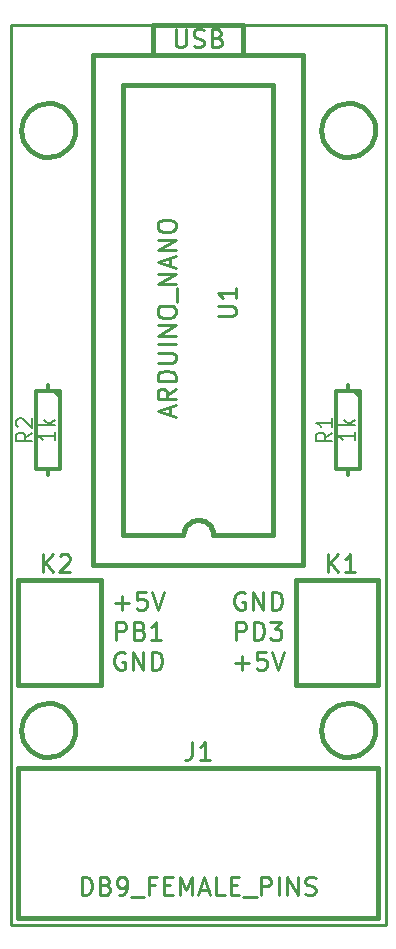
<source format=gto>
G04 (created by PCBNEW-RS274X (2010-03-14)-final) date Wed 16 Feb 2011 04:18:36 PM PST*
G01*
G70*
G90*
%MOIN*%
G04 Gerber Fmt 3.4, Leading zero omitted, Abs format*
%FSLAX34Y34*%
G04 APERTURE LIST*
%ADD10C,0.006000*%
%ADD11C,0.010000*%
%ADD12C,0.009000*%
%ADD13C,0.015000*%
%ADD14C,0.012000*%
%ADD15C,0.008000*%
G04 APERTURE END LIST*
G54D10*
G54D11*
X54543Y-43921D02*
X54486Y-43893D01*
X54400Y-43893D01*
X54315Y-43921D01*
X54257Y-43979D01*
X54229Y-44036D01*
X54200Y-44150D01*
X54200Y-44236D01*
X54229Y-44350D01*
X54257Y-44407D01*
X54315Y-44464D01*
X54400Y-44493D01*
X54457Y-44493D01*
X54543Y-44464D01*
X54572Y-44436D01*
X54572Y-44236D01*
X54457Y-44236D01*
X54829Y-44493D02*
X54829Y-43893D01*
X55172Y-44493D01*
X55172Y-43893D01*
X55458Y-44493D02*
X55458Y-43893D01*
X55601Y-43893D01*
X55686Y-43921D01*
X55744Y-43979D01*
X55772Y-44036D01*
X55801Y-44150D01*
X55801Y-44236D01*
X55772Y-44350D01*
X55744Y-44407D01*
X55686Y-44464D01*
X55601Y-44493D01*
X55458Y-44493D01*
X50543Y-45921D02*
X50486Y-45893D01*
X50400Y-45893D01*
X50315Y-45921D01*
X50257Y-45979D01*
X50229Y-46036D01*
X50200Y-46150D01*
X50200Y-46236D01*
X50229Y-46350D01*
X50257Y-46407D01*
X50315Y-46464D01*
X50400Y-46493D01*
X50457Y-46493D01*
X50543Y-46464D01*
X50572Y-46436D01*
X50572Y-46236D01*
X50457Y-46236D01*
X50829Y-46493D02*
X50829Y-45893D01*
X51172Y-46493D01*
X51172Y-45893D01*
X51458Y-46493D02*
X51458Y-45893D01*
X51601Y-45893D01*
X51686Y-45921D01*
X51744Y-45979D01*
X51772Y-46036D01*
X51801Y-46150D01*
X51801Y-46236D01*
X51772Y-46350D01*
X51744Y-46407D01*
X51686Y-46464D01*
X51601Y-46493D01*
X51458Y-46493D01*
X54229Y-46264D02*
X54686Y-46264D01*
X54457Y-46493D02*
X54457Y-46036D01*
X55258Y-45893D02*
X54972Y-45893D01*
X54943Y-46179D01*
X54972Y-46150D01*
X55029Y-46121D01*
X55172Y-46121D01*
X55229Y-46150D01*
X55258Y-46179D01*
X55286Y-46236D01*
X55286Y-46379D01*
X55258Y-46436D01*
X55229Y-46464D01*
X55172Y-46493D01*
X55029Y-46493D01*
X54972Y-46464D01*
X54943Y-46436D01*
X55457Y-45893D02*
X55657Y-46493D01*
X55857Y-45893D01*
X50229Y-44264D02*
X50686Y-44264D01*
X50457Y-44493D02*
X50457Y-44036D01*
X51258Y-43893D02*
X50972Y-43893D01*
X50943Y-44179D01*
X50972Y-44150D01*
X51029Y-44121D01*
X51172Y-44121D01*
X51229Y-44150D01*
X51258Y-44179D01*
X51286Y-44236D01*
X51286Y-44379D01*
X51258Y-44436D01*
X51229Y-44464D01*
X51172Y-44493D01*
X51029Y-44493D01*
X50972Y-44464D01*
X50943Y-44436D01*
X51457Y-43893D02*
X51657Y-44493D01*
X51857Y-43893D01*
G54D12*
X59250Y-25000D02*
X46750Y-25000D01*
X59250Y-55000D02*
X59250Y-25000D01*
X46750Y-55000D02*
X59250Y-55000D01*
X46750Y-25000D02*
X46750Y-55000D01*
G54D13*
X47000Y-43500D02*
X49750Y-43500D01*
X49750Y-43500D02*
X49750Y-47000D01*
X49750Y-47000D02*
X47000Y-47000D01*
X47000Y-47000D02*
X47000Y-43500D01*
X59000Y-47000D02*
X56250Y-47000D01*
X56250Y-47000D02*
X56250Y-43500D01*
X56250Y-43500D02*
X59000Y-43500D01*
X59000Y-43500D02*
X59000Y-47000D01*
X59000Y-50500D02*
X59000Y-49750D01*
X59000Y-49750D02*
X47000Y-49750D01*
X47000Y-49750D02*
X47000Y-50500D01*
X47000Y-50500D02*
X47000Y-54750D01*
X47000Y-54750D02*
X59000Y-54750D01*
X59000Y-54750D02*
X59000Y-50500D01*
G54D14*
X58000Y-37000D02*
X58000Y-37200D01*
X58000Y-40000D02*
X58000Y-39800D01*
X58000Y-39800D02*
X58400Y-39800D01*
X58400Y-39800D02*
X58400Y-37200D01*
X58400Y-37200D02*
X57600Y-37200D01*
X57600Y-37200D02*
X57600Y-39800D01*
X57600Y-39800D02*
X58000Y-39800D01*
X58200Y-37200D02*
X58400Y-37400D01*
X48000Y-37000D02*
X48000Y-37200D01*
X48000Y-40000D02*
X48000Y-39800D01*
X48000Y-39800D02*
X48400Y-39800D01*
X48400Y-39800D02*
X48400Y-37200D01*
X48400Y-37200D02*
X47600Y-37200D01*
X47600Y-37200D02*
X47600Y-39800D01*
X47600Y-39800D02*
X48000Y-39800D01*
X48200Y-37200D02*
X48400Y-37400D01*
G54D13*
X58900Y-48500D02*
X58882Y-48674D01*
X58832Y-48842D01*
X58749Y-48998D01*
X58638Y-49134D01*
X58503Y-49246D01*
X58348Y-49329D01*
X58180Y-49381D01*
X58006Y-49399D01*
X57832Y-49384D01*
X57663Y-49334D01*
X57508Y-49253D01*
X57371Y-49143D01*
X57258Y-49008D01*
X57173Y-48854D01*
X57120Y-48687D01*
X57101Y-48512D01*
X57115Y-48338D01*
X57164Y-48169D01*
X57244Y-48013D01*
X57353Y-47875D01*
X57487Y-47761D01*
X57640Y-47676D01*
X57807Y-47621D01*
X57982Y-47601D01*
X58156Y-47614D01*
X58325Y-47661D01*
X58482Y-47741D01*
X58620Y-47849D01*
X58735Y-47982D01*
X58822Y-48134D01*
X58877Y-48301D01*
X58899Y-48475D01*
X58900Y-48500D01*
X48900Y-48500D02*
X48882Y-48674D01*
X48832Y-48842D01*
X48749Y-48998D01*
X48638Y-49134D01*
X48503Y-49246D01*
X48348Y-49329D01*
X48180Y-49381D01*
X48006Y-49399D01*
X47832Y-49384D01*
X47663Y-49334D01*
X47508Y-49253D01*
X47371Y-49143D01*
X47258Y-49008D01*
X47173Y-48854D01*
X47120Y-48687D01*
X47101Y-48512D01*
X47115Y-48338D01*
X47164Y-48169D01*
X47244Y-48013D01*
X47353Y-47875D01*
X47487Y-47761D01*
X47640Y-47676D01*
X47807Y-47621D01*
X47982Y-47601D01*
X48156Y-47614D01*
X48325Y-47661D01*
X48482Y-47741D01*
X48620Y-47849D01*
X48735Y-47982D01*
X48822Y-48134D01*
X48877Y-48301D01*
X48899Y-48475D01*
X48900Y-48500D01*
X58900Y-28500D02*
X58882Y-28674D01*
X58832Y-28842D01*
X58749Y-28998D01*
X58638Y-29134D01*
X58503Y-29246D01*
X58348Y-29329D01*
X58180Y-29381D01*
X58006Y-29399D01*
X57832Y-29384D01*
X57663Y-29334D01*
X57508Y-29253D01*
X57371Y-29143D01*
X57258Y-29008D01*
X57173Y-28854D01*
X57120Y-28687D01*
X57101Y-28512D01*
X57115Y-28338D01*
X57164Y-28169D01*
X57244Y-28013D01*
X57353Y-27875D01*
X57487Y-27761D01*
X57640Y-27676D01*
X57807Y-27621D01*
X57982Y-27601D01*
X58156Y-27614D01*
X58325Y-27661D01*
X58482Y-27741D01*
X58620Y-27849D01*
X58735Y-27982D01*
X58822Y-28134D01*
X58877Y-28301D01*
X58899Y-28475D01*
X58900Y-28500D01*
X48900Y-28500D02*
X48882Y-28674D01*
X48832Y-28842D01*
X48749Y-28998D01*
X48638Y-29134D01*
X48503Y-29246D01*
X48348Y-29329D01*
X48180Y-29381D01*
X48006Y-29399D01*
X47832Y-29384D01*
X47663Y-29334D01*
X47508Y-29253D01*
X47371Y-29143D01*
X47258Y-29008D01*
X47173Y-28854D01*
X47120Y-28687D01*
X47101Y-28512D01*
X47115Y-28338D01*
X47164Y-28169D01*
X47244Y-28013D01*
X47353Y-27875D01*
X47487Y-27761D01*
X47640Y-27676D01*
X47807Y-27621D01*
X47982Y-27601D01*
X48156Y-27614D01*
X48325Y-27661D01*
X48482Y-27741D01*
X48620Y-27849D01*
X48735Y-27982D01*
X48822Y-28134D01*
X48877Y-28301D01*
X48899Y-28475D01*
X48900Y-28500D01*
X54500Y-26000D02*
X54500Y-25000D01*
X54500Y-25000D02*
X51500Y-25000D01*
X51500Y-25000D02*
X51500Y-26000D01*
X56500Y-43000D02*
X49500Y-43000D01*
X49500Y-43000D02*
X49500Y-26000D01*
X49500Y-26000D02*
X56500Y-26000D01*
X56500Y-26000D02*
X56500Y-43000D01*
X53500Y-42000D02*
X53498Y-41957D01*
X53492Y-41914D01*
X53482Y-41871D01*
X53469Y-41829D01*
X53453Y-41789D01*
X53433Y-41751D01*
X53409Y-41714D01*
X53383Y-41679D01*
X53353Y-41647D01*
X53321Y-41617D01*
X53286Y-41591D01*
X53250Y-41567D01*
X53211Y-41547D01*
X53171Y-41531D01*
X53129Y-41518D01*
X53086Y-41508D01*
X53043Y-41502D01*
X53000Y-41500D01*
X53000Y-41500D02*
X52957Y-41502D01*
X52914Y-41508D01*
X52871Y-41518D01*
X52829Y-41531D01*
X52789Y-41547D01*
X52751Y-41567D01*
X52714Y-41591D01*
X52679Y-41617D01*
X52647Y-41647D01*
X52617Y-41679D01*
X52591Y-41714D01*
X52567Y-41751D01*
X52547Y-41789D01*
X52531Y-41829D01*
X52518Y-41871D01*
X52508Y-41914D01*
X52502Y-41957D01*
X52500Y-42000D01*
X50500Y-42000D02*
X52500Y-42000D01*
X55500Y-42000D02*
X53500Y-42000D01*
X55500Y-42000D02*
X55500Y-27000D01*
X55500Y-27000D02*
X50500Y-27000D01*
X50500Y-27000D02*
X50500Y-42000D01*
G54D11*
X47808Y-43243D02*
X47808Y-42643D01*
X48151Y-43243D02*
X47894Y-42900D01*
X48151Y-42643D02*
X47808Y-42986D01*
X48379Y-42700D02*
X48408Y-42671D01*
X48465Y-42643D01*
X48608Y-42643D01*
X48665Y-42671D01*
X48694Y-42700D01*
X48722Y-42757D01*
X48722Y-42814D01*
X48694Y-42900D01*
X48351Y-43243D01*
X48722Y-43243D01*
X50258Y-45493D02*
X50258Y-44893D01*
X50486Y-44893D01*
X50544Y-44921D01*
X50572Y-44950D01*
X50601Y-45007D01*
X50601Y-45093D01*
X50572Y-45150D01*
X50544Y-45179D01*
X50486Y-45207D01*
X50258Y-45207D01*
X51058Y-45179D02*
X51144Y-45207D01*
X51172Y-45236D01*
X51201Y-45293D01*
X51201Y-45379D01*
X51172Y-45436D01*
X51144Y-45464D01*
X51086Y-45493D01*
X50858Y-45493D01*
X50858Y-44893D01*
X51058Y-44893D01*
X51115Y-44921D01*
X51144Y-44950D01*
X51172Y-45007D01*
X51172Y-45064D01*
X51144Y-45121D01*
X51115Y-45150D01*
X51058Y-45179D01*
X50858Y-45179D01*
X51772Y-45493D02*
X51429Y-45493D01*
X51601Y-45493D02*
X51601Y-44893D01*
X51544Y-44979D01*
X51486Y-45036D01*
X51429Y-45064D01*
X57308Y-43243D02*
X57308Y-42643D01*
X57651Y-43243D02*
X57394Y-42900D01*
X57651Y-42643D02*
X57308Y-42986D01*
X58222Y-43243D02*
X57879Y-43243D01*
X58051Y-43243D02*
X58051Y-42643D01*
X57994Y-42729D01*
X57936Y-42786D01*
X57879Y-42814D01*
X54258Y-45493D02*
X54258Y-44893D01*
X54486Y-44893D01*
X54544Y-44921D01*
X54572Y-44950D01*
X54601Y-45007D01*
X54601Y-45093D01*
X54572Y-45150D01*
X54544Y-45179D01*
X54486Y-45207D01*
X54258Y-45207D01*
X54858Y-45493D02*
X54858Y-44893D01*
X55001Y-44893D01*
X55086Y-44921D01*
X55144Y-44979D01*
X55172Y-45036D01*
X55201Y-45150D01*
X55201Y-45236D01*
X55172Y-45350D01*
X55144Y-45407D01*
X55086Y-45464D01*
X55001Y-45493D01*
X54858Y-45493D01*
X55401Y-44893D02*
X55772Y-44893D01*
X55572Y-45121D01*
X55658Y-45121D01*
X55715Y-45150D01*
X55744Y-45179D01*
X55772Y-45236D01*
X55772Y-45379D01*
X55744Y-45436D01*
X55715Y-45464D01*
X55658Y-45493D01*
X55486Y-45493D01*
X55429Y-45464D01*
X55401Y-45436D01*
X52800Y-48893D02*
X52800Y-49321D01*
X52772Y-49407D01*
X52715Y-49464D01*
X52629Y-49493D01*
X52572Y-49493D01*
X53400Y-49493D02*
X53057Y-49493D01*
X53229Y-49493D02*
X53229Y-48893D01*
X53172Y-48979D01*
X53114Y-49036D01*
X53057Y-49064D01*
X49115Y-53993D02*
X49115Y-53393D01*
X49258Y-53393D01*
X49343Y-53421D01*
X49401Y-53479D01*
X49429Y-53536D01*
X49458Y-53650D01*
X49458Y-53736D01*
X49429Y-53850D01*
X49401Y-53907D01*
X49343Y-53964D01*
X49258Y-53993D01*
X49115Y-53993D01*
X49915Y-53679D02*
X50001Y-53707D01*
X50029Y-53736D01*
X50058Y-53793D01*
X50058Y-53879D01*
X50029Y-53936D01*
X50001Y-53964D01*
X49943Y-53993D01*
X49715Y-53993D01*
X49715Y-53393D01*
X49915Y-53393D01*
X49972Y-53421D01*
X50001Y-53450D01*
X50029Y-53507D01*
X50029Y-53564D01*
X50001Y-53621D01*
X49972Y-53650D01*
X49915Y-53679D01*
X49715Y-53679D01*
X50343Y-53993D02*
X50458Y-53993D01*
X50515Y-53964D01*
X50543Y-53936D01*
X50601Y-53850D01*
X50629Y-53736D01*
X50629Y-53507D01*
X50601Y-53450D01*
X50572Y-53421D01*
X50515Y-53393D01*
X50401Y-53393D01*
X50343Y-53421D01*
X50315Y-53450D01*
X50286Y-53507D01*
X50286Y-53650D01*
X50315Y-53707D01*
X50343Y-53736D01*
X50401Y-53764D01*
X50515Y-53764D01*
X50572Y-53736D01*
X50601Y-53707D01*
X50629Y-53650D01*
X50743Y-54050D02*
X51200Y-54050D01*
X51543Y-53679D02*
X51343Y-53679D01*
X51343Y-53993D02*
X51343Y-53393D01*
X51629Y-53393D01*
X51857Y-53679D02*
X52057Y-53679D01*
X52143Y-53993D02*
X51857Y-53993D01*
X51857Y-53393D01*
X52143Y-53393D01*
X52400Y-53993D02*
X52400Y-53393D01*
X52600Y-53821D01*
X52800Y-53393D01*
X52800Y-53993D01*
X53057Y-53821D02*
X53343Y-53821D01*
X53000Y-53993D02*
X53200Y-53393D01*
X53400Y-53993D01*
X53886Y-53993D02*
X53600Y-53993D01*
X53600Y-53393D01*
X54086Y-53679D02*
X54286Y-53679D01*
X54372Y-53993D02*
X54086Y-53993D01*
X54086Y-53393D01*
X54372Y-53393D01*
X54486Y-54050D02*
X54943Y-54050D01*
X55086Y-53993D02*
X55086Y-53393D01*
X55314Y-53393D01*
X55372Y-53421D01*
X55400Y-53450D01*
X55429Y-53507D01*
X55429Y-53593D01*
X55400Y-53650D01*
X55372Y-53679D01*
X55314Y-53707D01*
X55086Y-53707D01*
X55686Y-53993D02*
X55686Y-53393D01*
X55972Y-53993D02*
X55972Y-53393D01*
X56315Y-53993D01*
X56315Y-53393D01*
X56572Y-53964D02*
X56658Y-53993D01*
X56801Y-53993D01*
X56858Y-53964D01*
X56887Y-53936D01*
X56915Y-53879D01*
X56915Y-53821D01*
X56887Y-53764D01*
X56858Y-53736D01*
X56801Y-53707D01*
X56687Y-53679D01*
X56629Y-53650D01*
X56601Y-53621D01*
X56572Y-53564D01*
X56572Y-53507D01*
X56601Y-53450D01*
X56629Y-53421D01*
X56687Y-53393D01*
X56829Y-53393D01*
X56915Y-53421D01*
G54D15*
X57473Y-38583D02*
X57211Y-38750D01*
X57473Y-38869D02*
X56923Y-38869D01*
X56923Y-38678D01*
X56949Y-38631D01*
X56975Y-38607D01*
X57027Y-38583D01*
X57106Y-38583D01*
X57158Y-38607D01*
X57185Y-38631D01*
X57211Y-38678D01*
X57211Y-38869D01*
X57473Y-38107D02*
X57473Y-38393D01*
X57473Y-38250D02*
X56923Y-38250D01*
X57001Y-38298D01*
X57054Y-38345D01*
X57080Y-38393D01*
X58223Y-38559D02*
X58223Y-38845D01*
X58223Y-38702D02*
X57673Y-38702D01*
X57751Y-38750D01*
X57804Y-38797D01*
X57830Y-38845D01*
X58223Y-38345D02*
X57673Y-38345D01*
X58013Y-38297D02*
X58223Y-38154D01*
X57856Y-38154D02*
X58065Y-38345D01*
X47473Y-38583D02*
X47211Y-38750D01*
X47473Y-38869D02*
X46923Y-38869D01*
X46923Y-38678D01*
X46949Y-38631D01*
X46975Y-38607D01*
X47027Y-38583D01*
X47106Y-38583D01*
X47158Y-38607D01*
X47185Y-38631D01*
X47211Y-38678D01*
X47211Y-38869D01*
X46975Y-38393D02*
X46949Y-38369D01*
X46923Y-38321D01*
X46923Y-38202D01*
X46949Y-38155D01*
X46975Y-38131D01*
X47027Y-38107D01*
X47080Y-38107D01*
X47158Y-38131D01*
X47473Y-38417D01*
X47473Y-38107D01*
X48223Y-38559D02*
X48223Y-38845D01*
X48223Y-38702D02*
X47673Y-38702D01*
X47751Y-38750D01*
X47804Y-38797D01*
X47830Y-38845D01*
X48223Y-38345D02*
X47673Y-38345D01*
X48013Y-38297D02*
X48223Y-38154D01*
X47856Y-38154D02*
X48065Y-38345D01*
G54D11*
X53643Y-34707D02*
X54129Y-34707D01*
X54186Y-34679D01*
X54214Y-34650D01*
X54243Y-34593D01*
X54243Y-34479D01*
X54214Y-34421D01*
X54186Y-34393D01*
X54129Y-34364D01*
X53643Y-34364D01*
X54243Y-33764D02*
X54243Y-34107D01*
X54243Y-33935D02*
X53643Y-33935D01*
X53729Y-33992D01*
X53786Y-34050D01*
X53814Y-34107D01*
X52071Y-38008D02*
X52071Y-37722D01*
X52243Y-38065D02*
X51643Y-37865D01*
X52243Y-37665D01*
X52243Y-37122D02*
X51957Y-37322D01*
X52243Y-37465D02*
X51643Y-37465D01*
X51643Y-37237D01*
X51671Y-37179D01*
X51700Y-37151D01*
X51757Y-37122D01*
X51843Y-37122D01*
X51900Y-37151D01*
X51929Y-37179D01*
X51957Y-37237D01*
X51957Y-37465D01*
X52243Y-36865D02*
X51643Y-36865D01*
X51643Y-36722D01*
X51671Y-36637D01*
X51729Y-36579D01*
X51786Y-36551D01*
X51900Y-36522D01*
X51986Y-36522D01*
X52100Y-36551D01*
X52157Y-36579D01*
X52214Y-36637D01*
X52243Y-36722D01*
X52243Y-36865D01*
X51643Y-36265D02*
X52129Y-36265D01*
X52186Y-36237D01*
X52214Y-36208D01*
X52243Y-36151D01*
X52243Y-36037D01*
X52214Y-35979D01*
X52186Y-35951D01*
X52129Y-35922D01*
X51643Y-35922D01*
X52243Y-35636D02*
X51643Y-35636D01*
X52243Y-35350D02*
X51643Y-35350D01*
X52243Y-35007D01*
X51643Y-35007D01*
X51643Y-34607D02*
X51643Y-34493D01*
X51671Y-34435D01*
X51729Y-34378D01*
X51843Y-34350D01*
X52043Y-34350D01*
X52157Y-34378D01*
X52214Y-34435D01*
X52243Y-34493D01*
X52243Y-34607D01*
X52214Y-34664D01*
X52157Y-34721D01*
X52043Y-34750D01*
X51843Y-34750D01*
X51729Y-34721D01*
X51671Y-34664D01*
X51643Y-34607D01*
X52300Y-34235D02*
X52300Y-33778D01*
X52243Y-33635D02*
X51643Y-33635D01*
X52243Y-33292D01*
X51643Y-33292D01*
X52071Y-33035D02*
X52071Y-32749D01*
X52243Y-33092D02*
X51643Y-32892D01*
X52243Y-32692D01*
X52243Y-32492D02*
X51643Y-32492D01*
X52243Y-32149D01*
X51643Y-32149D01*
X51643Y-31749D02*
X51643Y-31635D01*
X51671Y-31577D01*
X51729Y-31520D01*
X51843Y-31492D01*
X52043Y-31492D01*
X52157Y-31520D01*
X52214Y-31577D01*
X52243Y-31635D01*
X52243Y-31749D01*
X52214Y-31806D01*
X52157Y-31863D01*
X52043Y-31892D01*
X51843Y-31892D01*
X51729Y-31863D01*
X51671Y-31806D01*
X51643Y-31749D01*
X52243Y-25143D02*
X52243Y-25629D01*
X52271Y-25686D01*
X52300Y-25714D01*
X52357Y-25743D01*
X52471Y-25743D01*
X52529Y-25714D01*
X52557Y-25686D01*
X52586Y-25629D01*
X52586Y-25143D01*
X52843Y-25714D02*
X52929Y-25743D01*
X53072Y-25743D01*
X53129Y-25714D01*
X53158Y-25686D01*
X53186Y-25629D01*
X53186Y-25571D01*
X53158Y-25514D01*
X53129Y-25486D01*
X53072Y-25457D01*
X52958Y-25429D01*
X52900Y-25400D01*
X52872Y-25371D01*
X52843Y-25314D01*
X52843Y-25257D01*
X52872Y-25200D01*
X52900Y-25171D01*
X52958Y-25143D01*
X53100Y-25143D01*
X53186Y-25171D01*
X53643Y-25429D02*
X53729Y-25457D01*
X53757Y-25486D01*
X53786Y-25543D01*
X53786Y-25629D01*
X53757Y-25686D01*
X53729Y-25714D01*
X53671Y-25743D01*
X53443Y-25743D01*
X53443Y-25143D01*
X53643Y-25143D01*
X53700Y-25171D01*
X53729Y-25200D01*
X53757Y-25257D01*
X53757Y-25314D01*
X53729Y-25371D01*
X53700Y-25400D01*
X53643Y-25429D01*
X53443Y-25429D01*
M02*

</source>
